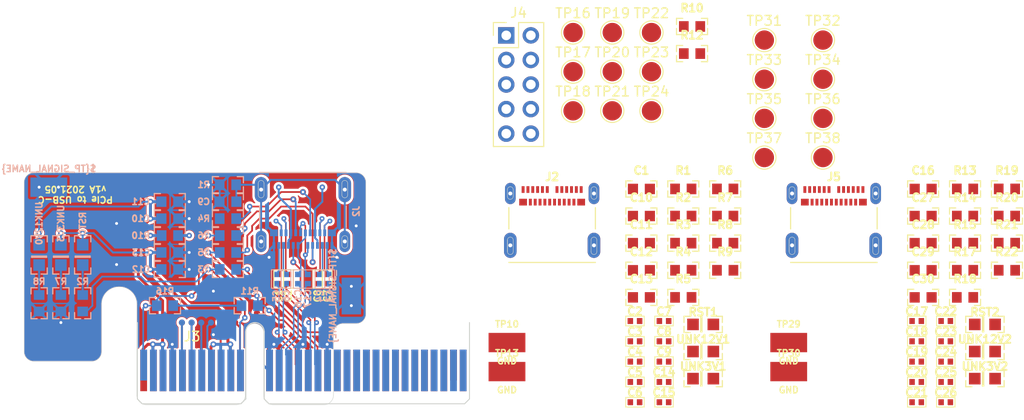
<source format=kicad_pcb>
(kicad_pcb (version 20221018) (generator pcbnew)
  (layers (0 "F.Cu" signal) (1 "In1.Cu" signal) (2 "In2.Cu" signal) (31 "B.Cu" signal) (34 "B.Paste" user) (35 "F.Paste" user) (36 "B.SilkS" user "B.Silkscreen") (37 "F.SilkS" user "F.Silkscreen") (38 "B.Mask" user) (39 "F.Mask" user) (44 "Edge.Cuts" user))
  (net 0 "")
  (net 1 "TX1_P")
  (net 2 "TX1_N")
  (net 3 "TX2_P")
  (net 4 "TX2_N")
  (net 5 "RX1_N")
  (net 6 "RX2_P")
  (net 7 "RX2_N")
  (net 8 "GND")
  (net 9 "USB_SHLD1")
  (net 10 "CC1")
  (net 11 "CC2")
  (net 12 "12V0")
  (net 13 "PRSNT1_N")
  (net 14 "3V3")
  (net 15 "PET0_P")
  (net 16 "PET0_N")
  (net 17 "REFCLK_P")
  (net 18 "REFCLK_N")
  (net 19 "PER0_P")
  (net 20 "PER0_N")
  (net 21 "PERST_N")
  (net 22 "WAKE_N")
  (net 23 "TCK")
  (net 24 "TDI")
  (net 25 "TDO")
  (net 26 "TMS")
  (net 27 "SMCLK")
  (net 28 "SMDAT")
  (net 29 "PRSNT2_N")
  (net 30 "PRSNT_SEL")
  (net 31 "TRST_N")
  (net 32 "CLKREQ_N")
  (net 33 "VBUS")
  (net 34 "RX1_P")
  (net 35 "D_P")
  (net 36 "D_N")
  (net 37 "N$1")
  (net 38 "N$3")
  (net 39 "N$4")
  (net 40 "SBU1")
  (net 41 "SBU2")
  (net 42 "PER1_P")
  (net 43 "PER1_N")
  (net 44 "PET1_P")
  (net 45 "PET1_N")
  (net 46 "VBUS_H")
  (net 47 "N$2")
  (net 48 "Net-(C1-Pad1)")
  (net 49 "/USB-C Lane1+2/RX1_P")
  (net 50 "/PER0_P")
  (net 51 "/USB-C Lane1+2/RX2_P")
  (net 52 "/PER1_P")
  (net 53 "/USB-C Lane1+2/TX1_P")
  (net 54 "/PET0_P")
  (net 55 "/USB-C Lane1+2/TX2_P")
  (net 56 "/PET1_P")
  (net 57 "/USB-C Lane1+2/D_P")
  (net 58 "/REFCLK_P")
  (net 59 "/USB-C Lane1+2/RX1_N")
  (net 60 "/PER0_N")
  (net 61 "/USB-C Lane1+2/RX2_N")
  (net 62 "/PER1_N")
  (net 63 "/USB-C Lane1+2/TX1_N")
  (net 64 "/PET0_N")
  (net 65 "+12V")
  (net 66 "+3V3")
  (net 67 "/USB-C Lane1+2/TX2_N")
  (net 68 "/PET1_N")
  (net 69 "/USB-C Lane1+2/D_N")
  (net 70 "/REFCLK_N")
  (net 71 "Net-(C16-Pad1)")
  (net 72 "/USB-C Lane3+4/RX1_P")
  (net 73 "/PER3_P")
  (net 74 "/USB-C Lane3+4/RX2_P")
  (net 75 "/PER2_P")
  (net 76 "/USB-C Lane3+4/TX1_P")
  (net 77 "/PET3_P")
  (net 78 "/USB-C Lane3+4/TX2_P")
  (net 79 "/PET2_P")
  (net 80 "/USB-C Lane3+4/D_P")
  (net 81 "/USB-C Lane3+4/RX1_N")
  (net 82 "/PER3_N")
  (net 83 "/USB-C Lane3+4/RX2_N")
  (net 84 "/PER2_N")
  (net 85 "/USB-C Lane3+4/TX1_N")
  (net 86 "/PET3_N")
  (net 87 "/USB-C Lane3+4/TX2_N")
  (net 88 "/PET2_N")
  (net 89 "/USB-C Lane3+4/D_N")
  (net 90 "/USB-C Lane1+2/VBUS")
  (net 91 "/USB-C Lane1+2/CC1")
  (net 92 "/USB-C Lane1+2/SBU1")
  (net 93 "/USB-C Lane1+2/CC2")
  (net 94 "/USB-C Lane1+2/SBU2")
  (net 95 "/PRSNT1")
  (net 96 "/TCK")
  (net 97 "/TDI")
  (net 98 "/TDO")
  (net 99 "/TMS")
  (net 100 "/PERST_N")
  (net 103 "/SMCLK")
  (net 104 "/SMDAT")
  (net 105 "/TRST_N")
  (net 106 "/WAKE_N")
  (net 107 "/CLKREQ_N")
  (net 108 "/PRSNT2")
  (net 110 "/VBUS_H")
  (net 111 "/USB-C Lane3+4/VBUS")
  (net 112 "/USB-C Lane3+4/CC1")
  (net 113 "/USB-C Lane3+4/SBU1")
  (net 114 "/USB-C Lane3+4/CC2")
  (net 115 "/USB-C Lane3+4/SBU2")
  (net 116 "Net-(R2-Pad2)")
  (net 117 "/PRSNT2_N")
  (net 118 "/PRSNT1_N")
  (net 119 "Net-(R7-Pad2)")
  (net 120 "Net-(R8-Pad2)")
  (net 121 "/PRSNT_SEL")
  (net 122 "Net-(R13-Pad2)")
  (net 123 "Net-(R14-Pad2)")
  (net 124 "Net-(R15-Pad2)")
  (footprint "pcie2usbc:C0402" (layer "F.Cu") (at 193.9453 108.3415)
    (fp_text reference "C2")
    (fp_text value "100n")
  )
  (footprint "pcie2usbc:C0402" (layer "F.Cu") (at 226.0453 114.6415)
    (fp_text reference "C25")
    (fp_text value "100n")
  )
  (footprint "pcie2usbc:SML0805" (layer "F.Cu") (at 200.99 114.3)
    (fp_text reference "UNK3V1")
    (fp_text value "LEDSML0805")
  )
  (footprint "pcie2usbc:R0603" (layer "F.Cu") (at 228.0364 94.6832)
    (fp_text reference "R13")
    (fp_text value "2.2k")
  )
  (footprint "pcie2usbc:C0402" (layer "F.Cu") (at 223.0453 108.3415)
    (fp_text reference "C17")
    (fp_text value "100n")
  )
  (footprint "pcie2usbc:C0402" (layer "F.Cu") (at 226.0453 116.7415)
    (fp_text reference "C26")
    (fp_text value "100n")
  )
  (footprint "TestPoint:TestPoint_Pad_D2.0mm" (layer "F.Cu") (at 191.6003 86.6065)
    (fp_text reference "TP21")
    (fp_text value "TestPoint")
  )
  (footprint "pcie2usbc:R0603" (layer "F.Cu") (at 232.3638 97.4866)
    (fp_text reference "R20")
    (fp_text value "0")
  )
  (footprint "pcie2usbc:C0402" (layer "F.Cu") (at 196.9453 110.4415)
    (fp_text reference "C8")
    (fp_text value "100n")
  )
  (footprint "pcie2usbc:R0603" (layer "F.Cu") (at 198.9364 97.4866)
    (fp_text reference "R2")
    (fp_text value "2.2k")
  )
  (footprint "pcie2usbc:C0402" (layer "F.Cu") (at 157.1511 104.0036 -90)
    (fp_text reference "C1")
    (fp_text value "100n")
  )
  (footprint "pcie2usbc:C0603K" (layer "F.Cu") (at 223.709 105.8968)
    (fp_text reference "C30")
    (fp_text value "100n")
  )
  (footprint "pcie2usbc:B0,635" (layer "F.Cu") (at 159.6511 95.0036)
    (fp_text reference "TP16" hide)
    (fp_text value "TPB0,635" hide)
  )
  (footprint "TestPoint:TestPoint_Pad_D2.0mm" (layer "F.Cu") (at 191.6003 82.5565)
    (fp_text reference "TP20")
    (fp_text value "TestPoint")
  )
  (footprint "pcie2usbc:TP38X20" (layer "F.Cu") (at 209.8253 113.5715)
    (fp_text reference "TP30")
    (fp_text value "TPTP38X20")
  )
  (footprint "pcie2usbc:MOLEX_105450-0101" (layer "F.Cu") (at 214.4888 98.5165)
    (fp_text reference "J5")
    (fp_text value "USB-C-MLX")
    (fp_line (start -4.62 -3.06) (end -4.62 -3.76) (stroke (width 0.05)) (layer "Edge.Cuts"))
    (fp_line (start -4.62 2.65) (end -4.62 1.45) (stroke (width 0.05)) (layer "Edge.Cuts"))
    (fp_line (start -4.62 2.65) (end -4.62 1.45) (stroke (width 0.05)) (layer "Edge.Cuts"))
    (fp_line (start -4.02 -3.76) (end -4.02 -3.06) (stroke (width 0.05)) (layer "Edge.Cuts"))
    (fp_line (start -4.02 1.45) (end -4.02 2.65) (stroke (width 0.05)) (layer "Edge.Cuts"))
    (fp_line (start 4.02 -3.06) (end 4.02 -3.76) (stroke (width 0.05)) (layer "Edge.Cuts"))
    (fp_line (start 4.02 2.65) (end 4.02 1.45) (stroke (width 0.05)) (layer "Edge.Cuts"))
    (fp_line (start 4.62 -3.76) (end 4.62 -3.06) (stroke (width 0.05)) (layer "Edge.Cuts"))
    (fp_line (start 4.62 1.45) (end 4.62 2.65) (stroke (width 0.05)) (layer "Edge.Cuts"))
    (fp_arc (start -4.62 -3.76) (mid -4.532132 -3.972132) (end -4.32 -4.06) (stroke (width 0.05)) (layer "Edge.Cuts"))
    (fp_arc (start -4.62 1.45) (mid -4.532132 1.237868) (end -4.32 1.15) (stroke (width 0.05)) (layer "Edge.Cuts"))
    (fp_arc (start -4.32 -4.06) (mid -4.107868 -3.972132) (end -4.02 -3.76) (stroke (width 0.05)) (layer "Edge.Cuts"))
    (fp_arc (start -4.32 -2.76) (mid -4.532132 -2.847868) (end -4.62 -3.06) (stroke (width 0.05)) (layer "Edge.Cuts"))
    (fp_arc (start -4.32 1.15) (mid -4.107868 1.237868) (end -4.02 1.45) (stroke (width 0.05)) (layer "Edge.Cuts"))
    (fp_arc (start -4.32 2.95) (mid -4.532132 2.862132) (end -4.62 2.65) (stroke (width 0.05)) (layer "Edge.Cuts"))
    (fp_arc (start -4.02 -3.06) (mid -4.107868 -2.847868) (end -4.32 -2.76) (stroke (width 0.05)) (layer "Edge.Cuts"))
    (fp_arc (start -4.02 2.65) (mid -4.107868 2.862132) (end -4.32 2.95) (stroke (width 0.05)) (layer "Edge.Cuts"))
    (fp_arc (start 4.02 -3.76) (mid 4.107868 -3.972132) (end 4.32 -4.06) (stroke (width 0.05)) (layer "Edge.Cuts"))
    (fp_arc (start 4.02 1.45) (mid 4.107868 1.237868) (end 4.32 1.15) (stroke (width 0.05)) (layer "Edge.Cuts"))
    (fp_arc (start 4.32 -4.06) (mid 4.532132 -3.972132) (end 4.62 -3.76) (stroke (width 0.05)) (layer "Edge.Cuts"))
    (fp_arc (start 4.32 -2.76) (mid 4.107868 -2.847868) (end 4.02 -3.06) (stroke (width 0.05)) (layer "Edge.Cuts"))
    (fp_arc (start 4.32 1.15) (mid 4.532132 1.237868) (end 4.62 1.45) (stroke (width 0.05)) (layer "Edge.Cuts"))
    (fp_arc (start 4.32 2.95) (mid 4.107868 2.862132) (end 4.02 2.65) (stroke (width 0.05)) (layer "Edge.Cuts"))
    (fp_arc (start 4.62 -3.06) (mid 4.532132 -2.847868) (end 4.32 -2.76) (stroke (width 0.05)) (layer "Edge.Cuts"))
    (fp_arc (start 4.62 2.65) (mid 4.532132 2.862132) (end 4.32 2.95) (stroke (width 0.05)) (layer "Edge.Cuts"))
  )
  (footprint "pcie2usbc:TP38X20" (layer "F.Cu") (at 180.7253 113.5715)
    (fp_text reference "TP13")
    (fp_text value "TPTP38X20")
  )
  (footprint "pcie2usbc:R0603" (layer "F.Cu") (at 198.9364 103.0934)
    (fp_text reference "R4")
    (fp_text value "0")
  )
  (footprint "pcie2usbc:C0402" (layer "F.Cu") (at 158.1511 104.0036 -90)
    (fp_text reference "C2")
    (fp_text value "100n")
  )
  (footprint "pcie2usbc:C0603K" (layer "F.Cu") (at 194.609 100.29)
    (fp_text reference "C11")
    (fp_text value "100n")
  )
  (footprint "pcie2usbc:R0603" (layer "F.Cu") (at 232.3638 94.6832)
    (fp_text reference "R19")
    (fp_text value "0")
  )
  (footprint "pcie2usbc:R0603" (layer "F.Cu") (at 199.839 77.8832)
    (fp_text reference "R10")
    (fp_text value "0")
  )
  (footprint "pcie2usbc:R0603" (layer "F.Cu") (at 203.2638 103.0934)
    (fp_text reference "R9")
    (fp_text value "100k")
  )
  (footprint "pcie2usbc:R0603" (layer "F.Cu") (at 203.2638 97.4866)
    (fp_text reference "R7")
    (fp_text value "10k")
  )
  (footprint "pcie2usbc:C0603K" (layer "F.Cu") (at 223.709 100.29)
    (fp_text reference "C28")
    (fp_text value "100n")
  )
  (footprint "pcie2usbc:R0603" (layer "F.Cu") (at 228.0364 103.0934)
    (fp_text reference "R17")
    (fp_text value "0")
  )
  (footprint "pcie2usbc:C0603K" (layer "F.Cu") (at 223.709 97.4866)
    (fp_text reference "C27")
    (fp_text value "1u")
  )
  (footprint "pcie2usbc:C0402" (layer "F.Cu") (at 193.9453 110.4415)
    (fp_text reference "C3")
    (fp_text value "100n")
  )
  (footprint "TestPoint:TestPoint_Pad_D2.0mm" (layer "F.Cu") (at 187.5503 82.5565)
    (fp_text reference "TP17")
    (fp_text value "TestPoint")
  )
  (footprint "TestPoint:TestPoint_Pad_D2.0mm" (layer "F.Cu") (at 213.36 87.39)
    (fp_text reference "TP36")
    (fp_text value "TestPoint")
  )
  (footprint "pcie2usbc:B0,635" (layer "F.Cu") (at 147.1511 108.5036 90)
    (fp_text reference "TP5" hide)
    (fp_text value "TPB0,635" hide)
  )
  (footprint "pcie2usbc:C0402" (layer "F.Cu") (at 196.9453 116.7415)
    (fp_text reference "C15")
    (fp_text value "100n")
  )
  (footprint "pcie2usbc:R0603" (layer "F.Cu") (at 198.9364 100.29)
    (fp_text reference "R3")
    (fp_text value "0")
  )
  (footprint "pcie2usbc:C0402" (layer "F.Cu") (at 196.9453 108.3415)
    (fp_text reference "C7")
    (fp_text value "100n")
  )
  (footprint "TestPoint:TestPoint_Pad_D2.0mm" (layer "F.Cu") (at 195.6503 86.6065)
    (fp_text reference "TP24")
    (fp_text value "TestPoint")
  )
  (footprint "pcie2usbc:SML0805" (layer "F.Cu") (at 200.99 111.4966)
    (fp_text reference "UNK12V1")
    (fp_text value "LEDSML0805")
  )
  (footprint "pcie2usbc:TP38X20" (layer "F.Cu") (at 180.7253 110.5715)
    (fp_text reference "TP10")
    (fp_text value "TPTP38X20")
  )
  (footprint "pcie2usbc:R0603" (layer "F.Cu") (at 232.3638 103.0934)
    (fp_text reference "R22")
    (fp_text value "100k")
  )
  (footprint "pcie2usbc:B0,635" (layer "F.Cu") (at 158.6511 102.2536)
    (fp_text reference "TP21" hide)
    (fp_text value "TPB0,635" hide)
  )
  (footprint "pcie2usbc:C0402" (layer "F.Cu") (at 193.9453 114.6415)
    (fp_text reference "C5")
    (fp_text value "100n")
  )
  (footprint "TestPoint:TestPoint_Pad_D2.0mm" (layer "F.Cu") (at 187.5503 78.5065)
    (fp_text reference "TP16")
    (fp_text value "TestPoint")
  )
  (footprint "pcie2usbc:B0,635" (layer "F.Cu") (at 148.1511 108.5036 90)
    (fp_text reference "TP6" hide)
    (fp_text value "TPB0,635" hide)
  )
  (footprint "pcie2usbc:C0402" (layer "F.Cu") (at 223.0453 110.4415)
    (fp_text reference "C18")
    (fp_text value "100n")
  )
  (footprint "pcie2usbc:C0402" (layer "F.Cu") (at 226.0453 110.4415)
    (fp_text reference "C23")
    (fp_text value "100n")
  )
  (footprint "pcie2usbc:R0603" (layer "F.Cu") (at 228.0364 100.29)
    (fp_text reference "R15")
    (fp_text value "2.2k")
  )
  (footprint "pcie2usbc:C0402" (layer "F.Cu") (at 161.1511 104.0036 -90)
    (fp_text reference "C8")
    (fp_text value "100n")
  )
  (footprint "TestPoint:TestPoint_Pad_D2.0mm" (layer "F.Cu") (at 191.6003 78.5065)
    (fp_text reference "TP19")
    (fp_text value "TestPoint")
  )
  (footprint "pcie2usbc:C0402" (layer "F.Cu") (at 193.9453 112.5415)
    (fp_text reference "C4")
    (fp_text value "100n")
  )
  (footprint "pcie2usbc:B0,635" (layer "F.Cu") (at 158.6511 95.7536 90)
    (fp_text reference "TP12" hide)
    (fp_text value "TPB0,635" hide)
  )
  (footprint "pcie2usbc:C0603K" (layer "F.Cu") (at 223.709 103.0934)
    (fp_text reference "C29")
    (fp_text value "1u")
  )
  (footprint "pcie2usbc:SML0805" (layer "F.Cu") (at 230.09 114.3)
    (fp_text reference "UNK3V2")
    (fp_text value "LEDSML0805")
  )
  (footprint "pcie2usbc:SML0805" (layer "F.Cu") (at 230.09 111.4966)
    (fp_text reference "UNK12V2")
    (fp_text value "LEDSML0805")
  )
  (footprint "TestPoint:TestPoint_Pad_D2.0mm" (layer "F.Cu") (at 213.36 83.34)
    (fp_text reference "TP34")
    (fp_text value "TestPoint")
  )
  (footprint "pcie2usbc:C0402" (layer "F.Cu") (at 226.0453 112.5415)
    (fp_text reference "C24")
    (fp_text value "100n")
  )
  (footprint "pcie2usbc:R0603" (layer "F.Cu") (at 199.839 80.6866)
    (fp_text reference "R12")
    (fp_text value "0")
  )
  (footprint "pcie2usbc:R0603" (layer "F.Cu") (at 228.0364 97.4866)
    (fp_text reference "R14")
    (fp_text value "10k")
  )
  (footprint "pcie2usbc:R0603" (layer "F.Cu") (at 198.9364 105.8968)
    (fp_text reference "R5")
    (fp_text value "0")
  )
  (footprint "pcie2usbc:R0603" (layer "F.Cu") (at 203.2638 94.6832)
    (fp_text reference "R6")
    (fp_text value "0")
  )
  (footprint "pcie2usbc:TP38X20" (layer "F.Cu") (at 209.8253 110.5715)
    (fp_text reference "TP29")
    (fp_text value "TPTP38X20")
  )
  (footprint "pcie2usbc:C0402" (layer "F.Cu") (at 162.1511 104.0036 -90)
    (fp_text reference "C7")
    (fp_text value "100n")
  )
  (footprint "pcie2usbc:R0603" (layer "F.Cu") (at 203.2638 100.29)
    (fp_text reference "R8")
    (fp_text value "2.2k")
  )
  (footprint "TestPoint:TestPoint_Pad_D2.0mm" (layer "F.Cu") (at 207.31 91.44)
    (fp_text reference "TP37")
    (fp_text value "TestPoint")
  )
  (footprint "pcie2usbc:SML0805" (layer "F.Cu") (at 200.99 108.6932)
    (fp_text reference "RST1")
    (fp_text value "LEDSML0805")
  )
  (footprint "pcie2usbc:C0402" (layer "F.Cu") (at 196.9453 112.5415)
    (fp_text reference "C9")
    (fp_text value "100n")
  )
  (footprint "pcie2usbc:C0603K" (layer "F.Cu") (at 223.709 94.6832)
    (fp_text reference "C16")
    (fp_text value "100n")
  )
  (footprint "pcie2usbc:SML0805" (layer "F.Cu") (at 230.09 108.6932)
    (fp_text reference "RST2")
    (fp_text value "LEDSML0805")
  )
  (footprint "pcie2usbc:C0603K" (layer "F.Cu") (at 194.609 103.0934)
    (fp_text reference "C12")
    (fp_text value "1u")
  )
  (footprint "pcie2usbc:B0,635" (layer "F.Cu") (at 160.6511 102.2536 90)
    (fp_text reference "TP11" hide)
    (fp_text value "TPB0,635" hide)
  )
  (footprint "pcie2usbc:R0603" (layer "F.Cu") (at 232.3638 100.29)
    (fp_text reference "R21")
    (fp_text value "0")
  )
  (footprint "Connector_PCBEdge:BUS_PCIexpress_x4" (layer "F.Cu") (at 143.2 113.45)
    (fp_text reference "J3")
    (fp_text value "Bus_PCI_Express_x4")
    (fp_line (start -0.65 -4.95) (end -0.65 2.95) (stroke (width 0.1)) (layer "Edge.Cuts"))
    (fp_line (start -0.65 2.95) (end -0.15 3.45) (stroke (width 0.1)) (layer "Edge.Cuts"))
    (fp_line (start -0.15 3.45) (end 10.05 3.45) (stroke (width 0.1)) (layer "Edge.Cuts"))
    (fp_line (start 10.55 -4) (end 10.55 2.95) (stroke (width 0.1)) (layer "Edge.Cuts"))
    (fp_line (start 10.55 2.95) (end 10.05 3.45) (stroke (width 0.1)) (layer "Edge.Cuts"))
    (fp_line (start 12.45 -4) (end 12.45 2.95) (stroke (width 0.1)) (layer "Edge.Cuts"))
    (fp_line (start 12.45 2.95) (end 12.95 3.45) (stroke (width 0.1)) (layer "Edge.Cuts"))
    (fp_line (start 12.95 3.45) (end 33.15 3.45) (stroke (width 0.1)) (layer "Edge.Cuts"))
    (fp_line (start 33.65 -4.95) (end 33.65 2.95) (stroke (width 0.1)) (layer "Edge.Cuts"))
    (fp_line (start 33.65 2.95) (end 33.15 3.45) (stroke (width 0.1)) (layer "Edge.Cuts"))
    (fp_arc (start 10.55 -4) (mid 11.5 -4.95) (end 12.45 -4) (stroke (width 0.1)) (layer "Edge.Cuts"))
  )
  (footprint "pcie2usbc:C0402" (layer "F.Cu") (at 223.0453 112.5415)
    (fp_text reference "C19")
    (fp_text value "100n")
  )
  (footprint "pcie2usbc:B0,635" (layer "F.Cu") (at 151.1511 108.5036 90)
    (fp_text reference "TP7" hide)
    (fp_text value "TPB0,635" hide)
  )
  (footprint "TestPoint:TestPoint_Pad_D2.0mm" (layer "F.Cu") (at 207.31 87.39)
    (fp_text reference "TP35")
    (fp_text value "TestPoint")
  )
  (footprint "pcie2usbc:R0603" (layer "F.Cu") (at 198.9364 94.6832)
    (fp_text reference "R1")
    (fp_text value "0")
  )
  (footprint "pcie2usbc:C0402" (layer "F.Cu") (at 223.0453 116.7415)
    (fp_text reference "C21")
    (fp_text value "100n")
  )
  (footprint "pcie2usbc:B0,635" (layer "F.Cu") (at 154.9011 107.5036 90)
    (fp_text reference "TP9" hide)
    (fp_text value "TPB0,635" hide)
  )
  (footprint "pcie2usbc:B0,635" (layer "F.Cu") (at 152.6511 108.5036 90)
    (fp_text reference "TP8" hide)
    (fp_text value "TPB0,635" hide)
  )
  (footprint "TestPoint:TestPoint_Pad_D2.0mm" (layer "F.Cu") (at 195.6503 82.5565)
    (fp_text reference "TP23")
    (fp_text value "TestPoint")
  )
  (footprint "pcie2usbc:R0603" (layer "F.Cu") (at 228.0364 105.8968)
    (fp_text reference "R18")
    (fp_text value "0")
  )
  (footprint "TestPoint:TestPoint_Pad_D2.0mm" (layer "F.Cu") (at 207.31 79.29)
    (fp_text reference "TP31")
    (fp_text value "TestPoint")
  )
  (footprint "pcie2usbc:C0402" (layer "F.Cu") (at 193.9453 116.7415)
    (fp_text reference "C6")
    (fp_text value "100n")
  )
  (footprint "pcie2usbc:C0402" (layer "F.Cu") (at 226.0453 108.3415)
    (fp_text reference "C22")
    (fp_text value "100n")
  )
  (footprint "pcie2usbc:C0603K" (layer "F.Cu") (at 194.609 97.4866)
    (fp_text reference "C10")
    (fp_text value "1u")
  )
  (footprint "Connector_PinHeader_2.54mm:PinHeader_2x05_P2.54mm_Vertical" (layer "F.Cu") (at 180.6503 78.8065)
    (fp_text reference "J4")
    (fp_text value "Conn_02x05_Top_Bottom")
  )
  (footprint "TestPoint:TestPoint_Pad_D2.0mm" (layer "F.Cu") (at 207.31 83.34)
    (fp_text reference "TP33")
    (fp_text value "TestPoint")
  )
  (footprint "pcie2usbc:C0402" (layer "F.Cu") (at 223.0453 114.6415)
    (fp_text reference "C20")
    (fp_text value "100n")
  )
  (footprint "TestPoint:TestPoint_Pad_D2.0mm" (layer "F.Cu") (at 195.6503 78.5065)
    (fp_text reference "TP22")
    (fp_text value "TestPoint")
  )
  (footprint "pcie2usbc:C0603K" (layer "F.Cu") (at 194.609 105.8968)
    (fp_text reference "C13")
    (fp_text value "100n")
  )
  (footprint "TestPoint:TestPoint_Pad_D2.0mm" (layer "F.Cu") (at 213.36 79.29)
    (fp_text reference "TP32")
    (fp_text value "TestPoint")
  )
  (footprint "pcie2usbc:C0402" (layer "F.Cu") (at 196.9453 114.6415)
    (fp_text reference "C14")
    (fp_text value "100n")
  )
  (footprint "TestPoint:TestPoint_Pad_D2.0mm" (layer "F.Cu") (at 187.5503 86.6065)
    (fp_text reference "TP18")
    (fp_text value "TestPoint")
  )
  (footprint "TestPoint:TestPoint_Pad_D2.0mm" (layer "F.Cu") (at 213.36 91.44)
    (fp_text reference "TP38")
    (fp_text value "TestPoint")
  )
  (footprint "pcie2usbc:MOLEX_105450-0101" (layer "F.Cu") (at 185.3888 98.5165)
    (fp_text reference "J2")
    (fp_text value "USB-C-MLX")
    (fp_line (start -4.62 -3.06) (end -4.62 -3.76) (stroke (width 0.05)) (layer "Edge.Cuts"))
    (fp_line (start -4.62 2.65) (end -4.62 1.45) (stroke (width 0.05)) (layer "Edge.Cuts"))
    (fp_line (start -4.62 2.65) (end -4.62 1.45) (stroke (width 0.05)) (layer "Edge.Cuts"))
    (fp_line (start -4.02 -3.76) (end -4.02 -3.06) (stroke (width 0.05)) (layer "Edge.Cuts"))
    (fp_line (start -4.02 1.45) (end -4.02 2.65) (stroke (width 0.05)) (layer "Edge.Cuts"))
    (fp_line (start 4.02 -3.06) (end 4.02 -3.76) (stroke (width 0.05)) (layer "Edge.Cuts"))
    (fp_line (start 4.02 2.65) (end 4.02 1.45) (stroke (width 0.05)) (layer "Edge.Cuts"))
    (fp_line (start 4.62 -3.76) (end 4.62 -3.06) (stroke (width 0.05)) (layer "Edge.Cuts"))
    (fp_line (start 4.62 1.45) (end 4.62 2.65) (stroke (width 0.05)) (layer "Edge.Cuts"))
    (fp_arc (start -4.62 -3.76) (mid -4.532132 -3.972132) (end -4.32 -4.06) (stroke (width 0.05)) (layer "Edge.Cuts"))
    (fp_arc (start -4.62 1.45) (mid -4.532132 1.237868) (end -4.32 1.15) (stroke (width 0.05)) (layer "Edge.Cuts"))
    (fp_arc (start -4.32 -4.06) (mid -4.107868 -3.972132) (end -4.02 -3.76) (stroke (width 0.05)) (layer "Edge.Cuts"))
    (fp_arc (start -4.32 -2.76) (mid -4.532132 -2.847868) (end -4.62 -3.06) (stroke (width 0.05)) (layer "Edge.Cuts"))
    (fp_arc (start -4.32 1.15) (mid -4.107868 1.237868) (end -4.02 1.45) (stroke (width 0.05)) (layer "Edge.Cuts"))
    (fp_arc (start -4.32 2.95) (mid -4.532132 2.862132) (end -4.62 2.65) (stroke (width 0.05)) (layer "Edge.Cuts"))
    (fp_arc (start -4.02 -3.06) (mid -4.107868 -2.847868) (end -4.32 -2.76) (stroke (width 0.05)) (layer "Edge.Cuts"))
    (fp_arc (start -4.02 2.65) (mid -4.107868 2.862132) (end -4.32 2.95) (stroke (width 0.05)) (layer "Edge.Cuts"))
    (fp_arc (start 4.02 -3.76) (mid 4.107868 -3.972132) (end 4.32 -4.06) (stroke (width 0.05)) (layer "Edge.Cuts"))
    (fp_arc (start 4.02 1.45) (mid 4.107868 1.237868) (end 4.32 1.15) (stroke (width 0.05)) (layer "Edge.Cuts"))
    (fp_arc (start 4.32 -4.06) (mid 4.532132 -3.972132) (end 4.62 -3.76) (stroke (width 0.05)) (layer "Edge.Cuts"))
    (fp_arc (start 4.32 -2.76) (mid 4.107868 -2.847868) (end 4.02 -3.06) (stroke (width 0.05)) (layer "Edge.Cuts"))
    (fp_arc (start 4.32 1.15) (mid 4.532132 1.237868) (end 4.62 1.45) (stroke (width 0.05)) (layer "Edge.Cuts"))
    (fp_arc (start 4.32 2.95) (mid 4.107868 2.862132) (end 4.02 2.65) (stroke (width 0.05)) (layer "Edge.Cuts"))
    (fp_arc (start 4.62 -3.06) (mid 4.532132 -2.847868) (end 4.32 -2.76) (stroke (width 0.05)) (layer "Edge.Cuts"))
    (fp_arc (start 4.62 2.65) (mid 4.532132 2.862132) (end 4.32 2.95) (stroke (width 0.05)) (layer "Edge.Cuts"))
  )
  (footprint "pcie2usbc:C0603K" (layer "F.Cu") (at 194.609 94.6832)
    (fp_text reference "C1")
    (fp_text value "100n")
  )
  (footprint "pcie2usbc:R0603" (layer "B.Cu") (at 151.9011 101.2536)
    (fp_text reference "R5")
    (fp_text value "0")
  )
  (footprint "pcie2usbc:B0,635" (layer "B.Cu") (at 149.1511 108.5036 -90)
    (fp_text reference "TP3" hide)
    (fp_text value "TPB0,635" hide)
  )
  (footprint "pcie2usbc:R0603" (layer "B.Cu") (at 154.1511 106.7536)
    (fp_text reference "R11")
    (fp_text value "0")
  )
  (footprint "pcie2usbc:R0603" (layer "B.Cu") (at 151.9011 103.0036)
    (fp_text reference "R3")
    (fp_text value "0")
  )
  (footprint "pcie2usbc:SML0805" (layer "B.Cu") (at 134.6511 101.5036 90)
    (fp_text reference "UNK3V3")
    (fp_text value "")
  )
  (footprint "pcie2usbc:MOLEX_105450-0101" (layer "B.Cu") (at 159.6511 96.7536)
    (fp_text reference "J2")
    (fp_text value "USB-C-MLX")
    (fp_line (start -4.62 -2.65) (end -4.62 -1.45) (stroke (width 0.05)) (layer "Edge.Cuts"))
    (fp_line (start -4.62 -2.65) (end -4.62 -1.45) (stroke (width 0.05)) (layer "Edge.Cuts"))
    (fp_line (start -4.62 3.06) (end -4.62 3.76) (stroke (width 0.05)) (layer "Edge.Cuts"))
    (fp_line (start -4.02 -1.45) (end -4.02 -2.65) (stroke (width 0.05)) (layer "Edge.Cuts"))
    (fp_line (start -4.02 3.76) (end -4.02 3.06) (stroke (width 0.05)) (layer "Edge.Cuts"))
    (fp_line (start 4.02 -2.65) (end 4.02 -1.45) (stroke (width 0.05)) (layer "Edge.Cuts"))
    (fp_line (start 4.02 3.06) (end 4.02 3.76) (stroke (width 0.05)) (layer "Edge.Cuts"))
    (fp_line (start 4.62 -1.45) (end 4.62 -2.65) (stroke (width 0.05)) (layer "Edge.Cuts"))
    (fp_line (start 4.62 3.76) (end 4.62 3.06) (stroke (width 0.05)) (layer "Edge.Cuts"))
    (fp_arc (start -4.62 -2.65) (mid -4.532132 -2.862132) (end -4.32 -2.95) (stroke (width 0.05)) (layer "Edge.Cuts"))
    (fp_arc (start -4.62 3.06) (mid -4.532132 2.847868) (end -4.32 2.76) (stroke (width 0.05)) (layer "Edge.Cuts"))
    (fp_arc (start -4.32 -2.95) (mid -4.107868 -2.862132) (end -4.02 -2.65) (stroke (width 0.05)) (layer "Edge.Cuts"))
    (fp_arc (start -4.32 -1.15) (mid -4.532132 -1.237868) (end -4.62 -1.45) (stroke (width 0.05)) (layer "Edge.Cuts"))
    (fp_arc (start -4.32 2.76) (mid -4.107868 2.847868) (end -4.02 3.06) (stroke (width 0.05)) (layer "Edge.Cuts"))
    (fp_arc (start -4.32 4.06) (mid -4.532132 3.972132) (end -4.62 3.76) (stroke (width 0.05)) (layer "Edge.Cuts"))
    (fp_arc (start -4.02 -1.45) (mid -4.107868 -1.237868) (end -4.32 -1.15) (stroke (width 0.05)) (layer "Edge.Cuts"))
    (fp_arc (start -4.02 3.76) (mid -4.107868 3.972132) (end -4.32 4.06) (stroke (width 0.05)) (layer "Edge.Cuts"))
    (fp_arc (start 4.02 -2.65) (mid 4.107868 -2.862132) (end 4.32 -2.95) (stroke (width 0.05)) (layer "Edge.Cuts"))
    (fp_arc (start 4.02 3.06) (mid 4.107868 2.847868) (end 4.32 2.76) (stroke (width 0.05)) (layer "Edge.Cuts"))
    (fp_arc (start 4.32 -2.95) (mid 4.532132 -2.862132) (end 4.62 -2.65) (stroke (width 0.05)) (layer "Edge.Cuts"))
    (fp_arc (start 4.32 -1.15) (mid 4.107868 -1.237868) (end 4.02 -1.45) (stroke (width 0.05)) (layer "Edge.Cuts"))
    (fp_arc (start 4.32 2.76) (mid 4.532132 2.847868) (end 4.62 3.06) (stroke (width 0.05)) (layer "Edge.Cuts"))
    (fp_arc (start 4.32 4.06) (mid 4.107868 3.972132) (end 4.02 3.76) (stroke (width 0.05)) (layer "Edge.Cuts"))
    (fp_arc (start 4.62 -1.45) (mid 4.532132 -1.237868) (end 4.32 -1.15) (stroke (width 0.05)) (layer "Edge.Cuts"))
    (fp_arc (start 4.62 3.76) (mid 4.532132 3.972132) (end 4.32 4.06) (stroke (width 0.05)) (layer "Edge.Cuts"))
  )
  (footprint "pcie2usbc:C0402" (layer "B.Cu") (at 159.1511 104.0036 -90)
    (fp_text reference "C16")
    (fp_text value "100n")
  )
  (footprint "pcie2usbc:C0603K" (layer "B.Cu") (at 145.9011 101.2536)
    (fp_text reference "C13")
    (fp_text value "100n")
  )
  (footprint "pcie2usbc:C0603K" (layer "B.Cu") (at 145.9011 97.7536)
    (fp_text reference "C10")
    (fp_text value "1u")
  )
  (footprint "pcie2usbc:R0603" (layer "B.Cu") (at 145.9011 99.5036)
    (fp_text reference "R10")
    (fp_text value "0")
  )
  (footprint "pcie2usbc:SML0805" (layer "B.Cu") (at 132.4011 101.5036 90)
    (fp_text reference "UNK12V0")
    (fp_text value "")
  )
  (footprint "pcie2usbc:R0603" (layer "B.Cu") (at 132.4011 106.5036 90)
    (fp_text reference "R8")
    (fp_text value "10k")
  )
  (footprint "pcie2usbc:R0603" (layer "B.Cu") (at 151.9011 97.7536 180)
    (fp_text reference "R4")
    (fp_text value "0")
  )
  (footprint "pcie2usbc:C0402" (layer "B.Cu") (at 157.9011 104.0036 -90)
    (fp_text reference "C6")
    (fp_text value "100n")
  )
  (footprint "pcie2usbc:R0603" (layer "B.Cu") (at 145.4011 106.7536)
    (fp_text reference "R16")
    (fp_text value "0")
  )
  (footprint "pcie2usbc:TP38X20" (layer "B.Cu") (at 133.4011 94.5036)
    (fp_text reference "TP10" hide)
    (fp_text value "TPTP38X20" hide)
  )
  (footprint "pcie2usbc:C0402" (layer "B.Cu") (at 162.4011 104.0036 -90)
    (fp_text reference "C3")
    (fp_text value "100n")
  )
  (footprint "pcie2usbc:C0402" (layer "B.Cu") (at 161.4011 104.0036 -90)
    (fp_text reference "C4")
    (fp_text value "100n")
  )
  (footprint "pcie2usbc:C0603K" (layer "B.Cu") (at 145.9011 96.0036)
    (fp_text reference "C11")
    (fp_text value "100n")
  )
  (footprint "pcie2usbc:TP38X20" (layer "B.Cu") (at 164.6511 105.7536 90)
    (fp_text reference "TP13" hide)
    (fp_text value "TPTP38X20" hide)
  )
  (footprint "pcie2usbc:B0,635" (layer "B.Cu") (at 147.1511 108.5036 -90)
    (fp_text reference "TP1" hide)
    (fp_text value "TPB0,635" hide)
  )
  (footprint "pcie2usbc:R0603" (layer "B.Cu") (at 134.6511 106.5036 90)
    (fp_text reference "R7")
    (fp_text value "2.2k")
  )
  (footprint "pcie2usbc:SML0805" (layer "B.Cu") (at 136.9011 101.5036 90)
    (fp_text reference "RST0")
    (fp_text value "")
  )
  (footprint "pcie2usbc:B0,635" (layer "B.Cu") (at 150.1511 108.5036 -90)
    (fp_text reference "TP4" hide)
    (fp_text value "TPB0,635" hide)
  )
  (footprint "pcie2usbc:C0402" (layer "B.Cu") (at 156.9011 104.0036 -90)
    (fp_text reference "C5")
    (fp_text value "100n")
  )
  (footprint "pcie2usbc:R0603" (layer "B.Cu") (at 151.9011 94.2536)
    (fp_text reference "R1")
    (fp_text value "100k")
  )
  (footprint "pcie2usbc:C0402" (layer "B.Cu") (at 160.1511 104.0036 -90)
    (fp_text reference "C17")
    (fp_text value "100n")
  )
  (footprint "pcie2usbc:C0603K" (layer "B.Cu") (at 145.9011 103.0036)
    (fp_text reference "C12")
    (fp_text value "1u")
  )
  (footprint "pcie2usbc:R0603" (layer "B.Cu") (at 151.9011 99.5036)
    (fp_text reference "R6")
    (fp_text value "0")
  )
  (footprint "pcie2usbc:R0603" (layer "B.Cu") (at 136.9011 106.5036 90)
    (fp_text reference "R2")
    (fp_text value "2.2k")
  )
  (footprint "pcie2usbc:C0603K" (layer "B.Cu") (at 151.9011 96.0036 180)
    (fp_text reference "C9")
    (fp_text value "100n")
  )
  (footprint "pcie2usbc:B0,635" (layer "B.Cu") (at 148.1511 108.5036 -90)
    (fp_text reference "TP2" hide)
    (fp_text value "TPB0,635" hide)
  )
  (gr_arc (start 143.5011 117.0036) (mid 142.793993 116.710707) (end 142.5011 116.0036) (stroke (width 0.05)) (layer "Edge.Cuts"))
  (gr_arc (start 138.8511 106.6036) (mid 139.378308 105.330808) (end 140.6511 104.8036) (stroke (width 0.05)) (layer "Edge.Cuts"))
  (gr_line (start 166.1511 94.0036) (end 166.1511 107.6036) (stroke (width 0.05)) (layer "Edge.Cuts"))
  (gr_line (start 142.5011 116.0036) (end 142.5011 106.6036) (stroke (width 0.05)) (layer "Edge.Cuts"))
  (gr_line (start 131.8511 93.0036) (end 165.1511 93.0036) (stroke (width 0.05)) (layer "Edge.Cuts"))
  (gr_arc (start 153.7011 116.0036) (mid 153.408207 116.710707) (end 152.7011 117.0036) (stroke (width 0.05)) (layer "Edge.Cuts"))
  (gr_arc (start 131.8511 112.5036) (mid 131.143993 112.210707) (end 130.8511 111.5036) (stroke (width 0.05)) (layer "Edge.Cuts"))
  (gr_line (start 153.7011 109.5536) (end 153.7011 116.0036) (stroke (width 0.05)) (layer "Edge.Cuts"))
  (gr_arc (start 130.8511 94.0036) (mid 131.143993 93.296493) (end 131.8511 93.0036) (stroke (width 0.05)) (layer "Edge.Cuts"))
  (gr_arc (start 154.6511 108.6036) (mid 155.322851 108.881849) (end 155.6011 109.5536) (stroke (width 0.05)) (layer "Edge.Cuts"))
  (gr_arc (start 162.8011 116.0036) (mid 162.508207 116.710707) (end 161.8011 117.0036) (stroke (width 0.05)) (layer "Edge.Cuts"))
  (gr_arc (start 162.8011 109.6036) (mid 163.093993 108.896493) (end 163.8011 108.6036) (stroke (width 0.05)) (layer "Edge.Cuts"))
  (gr_arc (start 165.1511 93.0036) (mid 165.858207 93.296493) (end 166.1511 94.0036) (stroke (width 0.05)) (layer "Edge.Cuts"))
  (gr_arc (start 140.7011 104.8036) (mid 141.973892 105.330808) (end 142.5011 106.6036) (stroke (width 0.05)) (layer "Edge.Cuts"))
  (gr_line (start 161.8011 117.0036) (end 156.6011 117.0036) (stroke (width 0.05)) (layer "Edge.Cuts"))
  (gr_line (start 130.8511 111.5036) (end 130.8511 94.0036) (stroke (width 0.05)) (layer "Edge.Cuts"))
  (gr_line (start 140.7011 104.8036) (end 140.6511 104.8036) (stroke (width 0.05)) (layer "Edge.Cuts"))
  (gr_arc (start 156.6011 117.0036) (mid 155.893993 116.710707) (end 155.6011 116.0036) (stroke (width 0.05)) (layer "Edge.Cuts"))
  (gr_arc (start 153.7011 109.5536) (mid 153.979349 108.881849) (end 154.6511 108.6036) (stroke (width 0.05)) (layer "Edge.Cuts"))
  (gr_line (start 138.8511 106.6036) (end 138.8511 111.5036) (stroke (width 0.05)) (layer "Edge.Cuts"))
  (gr_arc (start 166.1511 107.6036) (mid 165.858207 108.310707) (end 165.1511 108.6036) (stroke (width 0.05)) (layer "Edge.Cuts"))
  (gr_line (start 162.8011 109.6036) (end 162.8011 116.0036) (stroke (width 0.05)) (layer "Edge.Cuts"))
  (gr_line (start 152.7011 117.0036) (end 143.5011 117.0036) (stroke (width 0.05)) (layer "Edge.Cuts"))
  (gr_line (start 155.6011 116.0036) (end 155.6011 109.5536) (stroke (width 0.05)) (layer "Edge.Cuts"))
  (gr_arc (start 138.8511 111.5036) (mid 138.558207 112.210707) (end 137.8511 112.5036) (stroke (width 0.05)) (layer "Edge.Cuts"))
  (gr_line (start 165.1511 108.6036) (end 163.8011 108.6036) (stroke (width 0.05)) (layer "Edge.Cuts"))
  (gr_line (start 137.8511 112.5036) (end 131.8511 112.5036) (stroke (width 0.05)) (layer "Edge.Cuts"))
  (gr_text "PCIe to USB-C\nv1A 2021.05" (at 136.1511 95.2536 180) (layer "F.SilkS") (effects (font (size 0.666496 0.666496) (thickness 0.146304))))
  (segment (start 157.1511 100.5236) (end 157.1511 100.6784) (width 0.1524) (layer "B.Cu") (net 1))
  (segment (start 156.9011 103.5236) (end 156.9011 103.4088) (width 0.1524) (layer "B.Cu") (net 1))
  (segment (start 156.9011 103.4088) (end 157.1725 103.1374) (width 0.1524) (layer "B.Cu") (net 1))
  (segment (start 157.1725 100.6998) (end 157.1511 100.6784) (width 0.1524) (layer "B.Cu") (net 1))
  (segment (start 157.1725 103.1374) (end 157.1725 100.6998) (width 0.1524) (layer "B.Cu") (net 1))
  (segment (start 157.9011 103.4088) (end 157.6297 103.1374) (width 0.1524) (layer "B.Cu") (net 2))
  (segment (start 157.9011 103.5236) (end 157.9011 103.4088) (width 0.1524) (layer "B.Cu") (net 2))
  (segment (start 157.6297 100.6998) (end 157.6511 100.6784) (width 0.1524) (layer "B.Cu") (net 2))
  (segment (start 157.6297 103.1374) (end 157.6297 100.6998) (width 0.1524) (layer "B.Cu") (net 2))
  (segment (start 157.6511 100.5236) (end 157.6511 100.6784) (width 0.1524) (layer "B.Cu") (net 2))
  (segment (start 162.3559 98.0036) (end 162.4309 98.0036) (width 0.1524) (layer "F.Cu") (net 3))
  (segment (start 161.8797 103.1374) (end 161.8797 98.4798) (width 0.1524) (layer "F.Cu") (net 3))
  (segment (start 162.1511 103.5236) (end 162.1511 103.4088) (width 0.1524) (layer "F.Cu") (net 3))
  (segment (start 162.1511 103.4088) (end 161.8797 103.1374) (width 0.1524) (layer "F.Cu") (net 3))
  (segment (start 162.3559 98.0036) (end 161.8797 98.4798) (width 0.1524) (layer "F.Cu") (net 3))
  (via (at 162.4309 98.0036) (size 0.5048) (drill 0.2) (layers "F.Cu" "B.Cu") (net 3))
  (segment (start 162.3559 98.0036) (end 161.8797 98.4798) (width 0.1524) (layer "B.Cu") (net 3))
  (segment (start 161.9011 99.2236) (end 161.8797 99.2022) (width 0.1524) (layer "B.Cu") (net 3))
  (segment (start 161.8797 99.2022) (end 161.8797 98.4798) (width 0.1524) (layer "B.Cu") (net 3))
  (segment (start 162.3559 98.0036) (end 162.4309 98.0036) (width 0.1524) (layer "B.Cu") (net 3))
  (segment (start 161.1511 103.5236) (end 161.1511 103.4088) (width 0.1524) (layer "F.Cu") (net 4))
  (segment (start 161.6213 97.9786) (end 161.4225 98.1774) (width 0.1524) (layer "F.Cu") (net 4))
  (segment (start 161.4225 103.1374) (end 161.4225 98.1774) (width 0.1524) (layer "F.Cu") (net 4))
  (segment (start 161.1511 103.4088) (end 161.4225 103.1374) (width 0.1524) (layer "F.Cu") (net 4))
  (segment (start 161.6213 97.9786) (end 161.6213 97.7536) (width 0.1524) (layer "F.Cu") (net 4))
  (via (at 161.6213 97.7536) (size 0.5048) (drill 0.2) (layers "F.Cu" "B.Cu") (net 4))
  (segment (start 161.6213 97.9786) (end 161.6213 97.7536) (width 0.1524) (layer "B.Cu") (net 4))
  (segment (start 161.4011 99.2236) (end 161.4011 98.1988) (width 0.1524) (layer "B.Cu") (net 4))
  (segment (start 161.6213 97.9786) (end 161.4011 98.1988) (width 0.1524) (layer "B.Cu") (net 4))
  (segment (start 157.6809 97.9584) (end 157.6809 97.7536) (width 0.1524) (layer "F.Cu") (net 5))
  (segment (start 158.1511 103.5236) (end 158.1511 103.4088) (width 0.1524) (layer "F.Cu") (net 5))
  (segment (start 157.8797 103.1374) (end 157.8797 98.1572) (width 0.1524) (layer "F.Cu") (net 5))
  (segment (start 158.1511 103.4088) (end 157.8797 103.1374) (width 0.1524) (layer "F.Cu") (net 5))
  (segment (start 157.8797 98.1572) (end 157.6809 97.9584) (width 0.1524) (layer "F.Cu") (net 5))
  (via (at 157.6809 97.7536) (size 0.5048) (drill 0.2) (layers "F.Cu" "B.Cu") (net 5))
  (segment (start 157.9011 98.1988) (end 157.6809 97.9786) (width 0.1524) (layer "B.Cu") (net 5))
  (segment (start 157.9011 99.2236) (end 157.9011 98.1988) (width 0.1524) (layer "B.Cu") (net 5))
  (segment (start 157.6809 97.9786) (end 157.6809 97.7536) (width 0.1524) (layer "B.Cu") (net 5))
  (segment (start 162.4011 103.5236) (end 162.4011 103.4088) (width 0.1524) (layer "B.Cu") (net 6))
  (segment (start 162.1297 103.1374) (end 162.4011 103.4088) (width 0.1524) (layer "B.Cu") (net 6))
  (segment (start 162.1297 100.6998) (end 162.1297 103.1374) (width 0.1524) (layer "B.Cu") (net 6))
  (segment (start 162.1511 100.5236) (end 162.1511 100.6784) (width 0.1524) (layer "B.Cu") (net 6))
  (segment (start 162.1511 100.6784) (end 162.1297 100.6998) (width 0.1524) (layer "B.Cu") (net 6))
  (segment (start 161.4011 103.5236) (end 161.4011 103.4088) (width 0.1524) (layer "B.Cu") (net 7))
  (segment (start 161.6725 103.1374) (end 161.4011 103.4088) (width 0.1524) (layer "B.Cu") (net 7))
  (segment (start 161.6511 100.5236) (end 161.6511 100.6784) (width 0.1524) (layer "B.Cu") (net 7))
  (segment (start 161.6511 100.6784) (end 161.6725 100.6998) (width 0.1524) (layer "B.Cu") (net 7))
  (segment (start 161.6725 100.6998) (end 161.6725 103.1374) (width 0.1524) (layer "B.Cu") (net 7))
  (segment (start 157.1511 111.2536) (end 156.6511 110.7536) (width 0.3048) (layer "F.Cu") (net 8))
  (segment (start 149.1511 113.5036) (end 149.1511 110.5036) (width 0.3048) (layer "F.Cu") (net 8))
  (segment (start 160.1511 113.5036) (end 160.1511 111.2536) (width 0.3048) (layer "F.Cu") (net 8))
  (segment (start 149.9011 109.7536) (end 150.4011 109.7536) (width 0.3048) (layer "F.Cu") (net 8))
  (segment (start 149.9011 109.7536) (end 149.1511 110.5036) (width 0.3048) (layer "F.Cu") (net 8))
  (segment (start 160.1511 111.2536) (end 159.6511 110.7536) (width 0.3048) (layer "F.Cu") (net 8))
  (segment (start 146.1511 113.5036) (end 146.1511 110.7536) (width 0.3048) (layer "F.Cu") (net 8))
  (segment (start 157.1511 113.5036) (end 157.1511 111.2536) (width 0.3048) (layer "F.Cu") (net 8))
  (segment (start 162.1511 113.5036) (end 162.1511 110.7536) (width 0.3048) (layer "F.Cu") (net 8))
  (via (at 140.4011 102.5036) (size 0.6048) (drill 0.3) (layers "F.Cu" "B.Cu") (net 8))
  (via (at 156.1511 101.7536) (size 0.6048) (drill 0.3) (layers "F.Cu" "B.Cu") (net 8))
  (via (at 147.9011 103.0036) (size 0.6048) (drill 0.3) (layers "F.Cu" "B.Cu") (net 8))
  (via (at 150.4011 109.7536) (size 0.6048) (drill 0.3) (layers "F.Cu" "B.Cu") (net 8))
  (via (at 165.1511 98.5036) (size 0.6048) (drill 0.3) (layers "F.Cu" "B.Cu") (net 8))
  (via (at 150.4011 105.2536) (size 0.6048) (drill 0.3) (layers "F.Cu" "B.Cu") (net 8))
  (via (at 146.1511 110.7536) (size 0.6048) (drill 0.3) (layers "F.Cu" "B.Cu") (net 8))
  (via (at 147.9011 97.7536) (size 0.6048) (drill 0.3) (layers "F.Cu" "B.Cu") (net 8))
  (via (at 132.4011 94.5036) (size 0.6048) (drill 0.3) (layers "F.Cu" "B.Cu") (net 8))
  (via (at 134.4011 94.5036) (size 0.6048) (drill 0.3) (layers "F.Cu" "B.Cu") (net 8))
  (via (at 164.6511 104.7536) (size 0.6048) (drill 0.3) (layers "F.Cu" "B.Cu") (net 8))
  (via (at 159.6511 110.7536) (size 0.6048) (drill 0.3) (layers "F.Cu" "B.Cu") (net 8))
  (via (at 156.6511 110.7536) (size 0.6048) (drill 0.3) (layers "F.Cu" "B.Cu") (net 8))
  (via (at 163.1511 101.7536) (size 0.6048) (drill 0.3) (layers "F.Cu" "B.Cu") (net 8))
  (via (at 134.6511 108.5036) (size 0.6048) (drill 0.3) (layers "F.Cu" "B.Cu") (net 8))
  (via (at 147.9011 101.2536) (size 0.6048) (drill 0.3) (layers "F.Cu" "B.Cu") (net 8))
  (via (at 147.9011 96.0036) (size 0.6048) (drill 0.3) (layers "F.Cu" "B.Cu") (net 8))
  (via (at 164.6511 106.7536) (size 0.6048) (drill 0.3) (layers "F.Cu" "B.Cu") (net 8))
  (via (at 162.1511 110.7536) (size 0.6048) (drill 0.3) (layers "F.Cu" "B.Cu") (net 8))
  (via (at 140.4011 98.2536) (size 0.6048) (drill 0.3) (layers "F.Cu" "B.Cu") (net 8))
  (via (at 149.9011 94.2536) (size 0.6048) (drill 0.3) (layers "F.Cu" "B.Cu") (net 8))
  (segment (start 156.6511 100.5236) (end 156.6511 101.2536) (width 0.2032) (layer "B.Cu") (net 8))
  (segment (start 146.1511 113.5036) (end 146.1511 110.7536) (width 0.3048) (layer "B.Cu") (net 8))
  (segment (start 151.0511 94.2536) (end 149.9011 94.2536) (width 0.2032) (layer "B.Cu") (net 8))
  (segment (start 156.1511 113.5036) (end 156.1511 111.2536) (width 0.3048) (layer "B.Cu") (net 8))
  (segment (start 159.1511 113.5036) (end 159.1511 111.2336) (width 0.3048) (layer "B.Cu") (net 8))
  (segment (start 156.6511 101.2536) (end 156.1511 101.7536) (width 0.2032) (layer "B.Cu") (net 8))
  (segment (start 133.4011 94.5036) (end 134.4011 94.5036) (width 0.2032) (layer "B.Cu") (net 8))
  (segment (start 162.6511 100.5236) (end 162.6511 101.2536) (width 0.2032) (layer "B.Cu") (net 8))
  (segment (start 164.6511 105.7536) (end 164.6511 104.7536) (width 0.2032) (layer "B.Cu") (net 8))
  (segment (start 147.9011 97.7536) (end 146.7761 97.7536) (width 0.3048) (layer "B.Cu") (net 8))
  (segment (start 146.7761 103.0036) (end 147.9011 103.0036) (width 0.3048) (layer "B.Cu") (net 8))
  (segment (start 134.6511 107.3536) (end 132.4011 107.3536) (width 0.2032) (layer "B.Cu") (net 8))
  (segment (start 134.6511 107.3536) (end 134.6511 108.5036) (width 0.2032) (layer "B.Cu") (net 8))
  (segment (start 156.6511 99.2236) (end 156.6511 100.5236) (width 0.2032) (layer "B.Cu") (net 8))
  (segment (start 156.1511 111.2536) (end 156.6511 110.7536) (width 0.3048) (layer "B.Cu") (net 8))
  (segment (start 133.4011 94.5036) (end 132.4011 94.5036) (width 0.2032) (layer "B.Cu") (net 8))
  (segment (start 146.7761 96.0036) (end 147.9011 96.0036) (width 0.3048) (layer "B.Cu") (net 8))
  (segment (start 164.6511 105.7536) (end 164.6511 106.7536) (width 0.2032) (layer "B.Cu") (net 8))
  (segment (start 162.6511 101.2536) (end 163.1511 101.7536) (width 0.2032) (layer "B.Cu") (net 8))
  (segment (start 159.6311 110.7536) (end 159.1511 111.2336) (width 0.3048) (layer "B.Cu") (net 8))
  (segment (start 146.7761 101.2536) (end 147.9011 101.2536) (width 0.3048) (layer "B.Cu") (net 8))
  (segment (start 151.0511 95.9786) (end 151.0261 96.0036) (width 0.2032) (layer "B.Cu") (net 8))
  (segment (start 159.6511 110.7536) (end 159.6311 110.7536) (width 0.254) (layer "B.Cu") (net 8))
  (segment (start 151.0511 94.2536) (end 151.0511 95.9786) (width 0.2032) (layer "B.Cu") (net 8))
  (segment (start 162.6511 100.5236) (end 162.6511 99.2236) (width 0.2032) (layer "B.Cu") (net 8))
  (segment (start 162.1511 113.5036) (end 162.1511 110.7536) (width 0.3048) (layer "B.Cu") (net 8))
  (segment (start 163.9711 100.1136) (end 163.9711 94.7536) (width 0.2032) (layer "B.Cu") (net 9))
  (segment (start 162.9711 93.7536) (end 156.3311 93.7536) (width 0.2032) (layer "B.Cu") (net 9))
  (segment (start 163.9711 94.7536) (end 162.9711 93.7536) (width 0.2032) (layer "B.Cu") (net 9))
  (segment (start 156.3311 93.7536) (end 155.3311 94.7536) (width 0.2032) (layer "B.Cu") (net 9))
  (segment (start 152.7761 96.0036) (end 152.7761 94.2786) (width 0.2032) (layer "B.Cu") (net 9))
  (segment (start 154.8311 94.2536) (end 155.3311 94.7536) (width 0.2032) (layer "B.Cu") (net 9))
  (segment (start 155.3311 100.1136) (end 155.3311 94.7536) (width 0.2032) (layer "B.Cu") (net 9))
  (segment (start 152.7511 94.2536) (end 154.8311 94.2536) (width 0.2032) (layer "B.Cu") (net 9))
  (segment (start 152.7761 94.2786) (end 152.7511 94.2536) (width 0.2032) (layer "B.Cu") (net 9))
  (segment (start 161.9011 107.7536) (end 161.9011 109.0036) (width 0.1776) (layer "F.Cu") (net 10))
  (segment (start 159.4011 105.2536) (end 161.9011 107.7536) (width 0.1776) (layer "F.Cu") (net 10))
  (segment (start 153.9011 103.2536) (end 153.9011 103.0036) (width 0.1776) (layer "F.Cu") (net 10))
  (segment (start 158.6511 102.2536) (end 159.4011 103.0036) (width 0.1776) (layer "F.Cu") (net 10))
  (segment (start 159.4011 103.0036) (end 159.4011 105.2536) (width 0.1776) (layer "F.Cu") (net 10))
  (segment (start 161.9011 109.0036) (end 161.4011 109.5036) (width 0.1776) (layer "F.Cu") (net 10))
  (segment (start 160.1511 109.5036) (end 153.9011 103.2536) (width 0.1776) (layer "F.Cu") (net 10))
  (segment (start 161.4011 109.5036) (end 160.1511 109.5036) (width 0.1776) (layer "F.Cu") (net 10))
  (via (at 158.6511 102.2536) (size 0.5548) (drill 0.25) (layers "F.Cu" "B.Cu") (net 10))
  (via (at 153.9011 103.0036) (size 0.5548) (drill 0.25) (layers "F.Cu" "B.Cu") (net 10))
  (segment (start 158.6511 100.5236) (end 158.6511 102.2536) (width 0.1776) (layer "B.Cu") (net 10))
  (segment (start 152.7511 103.0036) (end 153.9011 103.0036) (width 0.1776) (layer "B.Cu") (net 10))
  (segment (start 155.9011 96.5036) (end 157.4011 95.0036) (width 0.1776) (layer "F.Cu") (net 11))
  (segment (start 159.6511 95.0036) (end 157.4011 95.0036) (width 0.1776) (layer "F.Cu") (net 11))
  (segment (start 154.1511 96.5036) (end 155.9011 96.5036) (width 0.1776) (layer "F.Cu") (net 11))
  (via (at 154.1511 96.5036) (size 0.5548) (drill 0.25) (layers "F.Cu" "B.Cu") (net 11))
  (via (at 159.6511 95.0036) (size 0.5548) (drill 0.25) (layers "F.Cu" "B.Cu") (net 11))
  (segment (start 160.4011 99.2236) (end 160.4011 95.7536) (width 0.1776) (layer "B.Cu") (net 11))
  (segment (start 154.1511 96.5036) (end 154.1511 97.0036) (width 0.1776) (layer "B.Cu") (net 11))
  (segment (start 160.4011 95.7536) (end 159.6511 95.0036) (width 0.1776) (layer "B.Cu") (net 11))
  (segment (start 153.4011 97.7536) (end 152.7511 97.7536) (width 0.1776) (layer "B.Cu") (net 11))
  (segment (start 154.1511 97.0036) (end 153.4011 97.7536) (width 0.1776) (layer "B.Cu") (net 11))
  (segment (start 143.1511 113.5036) (end 143.1511 111.2316) (width 0.3048) (layer "F.Cu") (net 12))
  (segment (start 142.6511 99.0036) (end 143.9011 97.7536) (width 0.3048) (layer "F.Cu") (net 12))
  (segment (start 144.1511 113.5036) (end 144.1511 110.7536) (width 0.3048) (layer "F.Cu") (net 12))
  (segment (start 145.1511 110.7536) (end 145.1511 106.2536) (width 0.3048) (layer "F.Cu") (net 12))
  (segment (start 145.1511 113.5036) (end 145.1511 110.7536) (width 0.3048) (layer "F.Cu") (net 12))
  (segment (start 143.9011 97.7536) (end 143.9011 96.0036) (width 0.3048) (layer "F.Cu") (net 12))
  (segment (start 143.6291 110.7536) (end 144.1511 110.7536) (width 0.3048) (layer "F.Cu") (net 12))
  (segment (start 142.6511 103.7536) (end 142.6511 99.0036) (width 0.3048) (layer "F.Cu") (net 12))
  (segment (start 144.1511 110.7536) (end 145.1511 110.7536) (width 0.3048) (layer "F.Cu") (net 12))
  (segment (start 143.1511 111.2316) (end 143.6291 110.7536) (width 0.3048) (layer "F.Cu") (net 12))
  (segment (start 145.1511 106.2536) (end 142.6511 103.7536) (width 0.3048) (layer "F.Cu") (net 12))
  (via (at 143.9011 97.7536) (size 0.6048) (drill 0.3) (layers "F.Cu" "B.Cu") (net 12))
  (via (at 145.1511 110.7536) (size 0.6048) (drill 0.3) (layers "F.Cu" "B.Cu") (net 12))
  (via (at 143.9011 96.0036) (size 0.6048) (drill 0.3) (layers "F.Cu" "B.Cu") (net 12))
  (via (at 144.1511 110.7536) (size 0.6048) (drill 0.3) (layers "F.Cu" "B.Cu") (net 12))
  (via (at 132.4011 99.2536) (size 0.5548) (drill 0.25) (layers "F.Cu" "B.Cu") (net 12))
  (segment (start 142.6511 96.5036) (end 143.1511 96.0036) (width 0.2032) (layer "B.Cu") (net 12))
  (segment (start 145.1511 110.7536) (end 144.1511 110.7536) (width 0.3048) (layer "B.Cu") (net 12))
  (segment (start 145.1511 113.5036) (end 145.1511 110.7536) (width 0.3048) (layer "B.Cu") (net 12))
  (segment (start 132.4011 99.2536) (end 132.4011 97.7536) (width 0.2032) (layer "B.Cu") (net 12))
  (segment (start 133.6511 96.5036) (end 142.6511 96.5036) (width 0.2032) (layer "B.Cu") (net 12))
  (segment (start 143.1511 96.0036) (end 143.9011 96.0036) (width 0.2032) (layer "B.Cu") (net 12))
  (segment (start 132.4011 97.7536) (end 133.6511 96.5036) (width 0.2032) (layer "B.Cu") (net 12))
  (segment (start 145.0261 96.0036) (end 143.9011 96.0036) (width 0.3048) (layer "B.Cu") (net 12))
  (segment (start 145.0261 97.7536) (end 143.9011 97.7536) (width 0.3048) (layer "B.Cu") (net 12))
  (segment (start 144.1511 113.5036) (end 144.1511 110.7536) (width 0.3048) (layer "B.Cu") (net 12))
  (segment (start 132.4011 100.4536) (end 132.4011 99.2536) (width 0.2032) (layer "B.Cu") (net 12))
  (segment (start 143.9011 96.0036) (end 143.9011 97.7536) (width 0.3048) (layer "B.Cu") (net 12))
  (segment (start 148.9011 100.5036) (end 149.1511 100.2536) (width 0.1776) (layer "F.Cu") (net 13))
  (segment (start 148.1511 105.7536) (end 148.9011 105.0036) (width 0.1776) (layer "F.Cu") (net 13))
  (segment (start 149.9011 99.5036) (end 149.1511 100.2536) (width 0.1776) (layer "F.Cu") (net 13))
  (segment (start 148.9011 105.0036) (end 148.9011 100.5036) (width 0.1776) (layer "F.Cu") (net 13))
  (via (at 149.9011 99.5036) (size 0.5548) (drill 0.25) (layers "F.Cu" "B.Cu") (net 13))
  (via (at 143.4011 106.7536) (size 0.5548) (drill 0.25) (layers "F.Cu" "B.Cu") (net 13))
  (via (at 148.1511 105.7536) (size 0.5548) (drill 0.25) (layers "F.Cu" "B.Cu") (net 13))
  (segment (start 144.5511 106.7536) (end 144.5511 106.1536) (width 0.1776) (layer "B.Cu") (net 13))
  (segment (start 151.0511 99.5036) (end 149.9011 99.5036) (width 0.1776) (layer "B.Cu") (net 13))
  (segment (start 144.9511 105.7536) (end 144.5511 106.1536) (width 0.1776) (layer "B.Cu") (net 13))
  (segment (start 144.5511 106.7536) (end 143.4011 106.7536) (width 0.1776) (layer "B.Cu") (net 13))
  (segment (start 148.1511 105.7536) (end 144.9511 105.7536) (width 0.1776) (layer "B.Cu") (net 13))
  (segment (start 143.1511 113.0036) (end 143.1511 107.0036) (width 0.1776) (layer "B.Cu") (net 13))
  (segment (start 143.1511 107.0036) (end 143.4011 106.7536) (width 0.1776) (layer "B.Cu") (net 13))
  (segment (start 143.9011 101.2536) (end 143.9011 103.0036) (width 0.3048) (layer "F.Cu") (net 14))
  (segment (start 152.1511 113.5036) (end 152.1511 110.7536) (width 0.3048) (layer "F.Cu") (net 14))
  (segment (start 150.9011 107.0036) (end 151.9011 108.0036) (width 0.3048) (layer "F.Cu") (net 14))
  (segment (start 151.9011 108.0036) (end 151.9011 110.5036) (width 0.3048) (layer "F.Cu") (net 14))
  (segment (start 152.1511 110.7536) (end 151.9011 110.5036) (width 0.3048) (layer "F.Cu") (net 14))
  (segment (start 150.1511 113.5036) (end 150.1511 111.0036) (width 0.3048) (layer "F.Cu") (net 14))
  (segment (start 150.9011 107.0036) (end 147.9011 107.0036) (width 0.3048) (layer "F.Cu") (net 14))
  (segment (start 150.1511 111.0036) (end 150.4011 110.7536) (width 0.3048) (layer "F.Cu") (net 14))
  (segment (start 143.9011 103.0036) (end 147.9011 107.0036) (width 0.3048) (layer "F.Cu") (net 14))
  (via (at 136.9011 99.2536) (size 0.5548) (drill 0.25) (layers "F.Cu" "B.Cu") (net 14))
  (via (at 134.6511 99.2536) (size 0.5548) (drill 0.25) (layers "F.Cu" "B.Cu") (net 14))
  (via (at 143.9011 101.2536) (size 0.6048) (drill 0.3) (layers "F.Cu" "B.Cu") (net 14))
  (via (at 143.9011 103.0036) (size 0.6048) (drill 0.3) (layers "F.Cu" "B.Cu") (net 14))
  (via (at 152.1511 110.7536) (size 0.6048) (drill 0.3) (layers "F.Cu" "B.Cu") (net 14))
  (via (at 150.4011 110.7536) (size 0.6048) (drill 0.3) (layers "F.Cu" "B.Cu") (net 14))
  (segment (start 151.1511 113.5036) (end 151.1511 110.7536) (width 0.3048) (layer "B.Cu") (net 14))
  (segment (start 143.9011 101.2536) (end 143.9011 103.0036) (width 0.3048) (layer "B.Cu") (net 14))
  (segment (start 151.1511 110.7536) (end 150.4011 110.7536) (width 0.3048) (layer "B.Cu") (net 14))
  (segment (start 145.0261 101.2536) (end 143.9011 101.2536) (width 0.3048) (layer "B.Cu") (net 14))
  (segment (start 134.6511 100.4536) (end 134.6511 99.2536) (width 0.2032) (layer "B.Cu") (net 14))
  (segment (start 136.9011 99.2536) (end 134.6511 99.2536) (width 0.1776) (layer "B.Cu") (net 14))
  (segment (start 136.9011 100.4536) (end 136.9011 99.2536) (width 0.2032) (layer "B.Cu") (net 14))
  (segment (start 152.1511 113.5036) (end 152.1511 110.7536) (width 0.3048) (layer "B.Cu") (net 14))
  (segment (start 152.1511 110.7536) (end 151.1511 110.7536) (width 0.3048) (layer "B.Cu") (net 14))
  (segment (start 136.9011 99.2536) (end 138.0261 99.2536) (width 0.2032) (layer "B.Cu") (net 14))
  (segment (start 145.0261 103.0036) (end 143.9011 103.0036) (width 0.3048) (layer "B.Cu") (net 14))
  (segment (start 143.9011 101.2536) (end 140.0261 101.2536) (width 0.2032) (layer "B.Cu") (net 14))
  (segment (start 138.0261 99.2536) (end 140.0261 101.2536) (width 0.2032) (layer "B.Cu") (net 14))
  (segment (start 157.1725 109.6798) (end 156.9963 109.5036) (width 0.1524) (layer "F.Cu") (net 15))
  (segment (start 158.4225 112.8274) (end 158.4225 111.275) (width 0.1524) (layer "F.Cu") (net 15))
  (segment (start 158.1511 113.0988) (end 158.4225 112.8274) (width 0.1524) (layer "F.Cu") (net 15))
  (segment (start 158.1511 113.5036) (end 158.1511 113.0988) (width 0.1524) (layer "F.Cu") (net 15))
  (segment (start 158.4225 111.275) (end 157.1725 110.025) (width 0.1524) (layer "F.Cu") (net 15))
  (segment (start 157.1725 110.025) (end 157.1725 109.6798) (width 0.1524) (layer "F.Cu") (net 15))
  (via (at 156.9963 109.5036) (size 0.5048) (drill 0.2) (layers "F.Cu" "B.Cu") (net 15))
  (segment (start 156.9011 104.4836) (end 156.9011 104.5984) (width 0.1524) (layer "B.Cu") (net 15))
  (segment (start 157.1725 104.8698) (end 157.1725 109.3274) (width 0.1524) (layer "B.Cu") (net 15))
  (segment (start 156.9011 104.5984) (end 157.1725 104.8698) (width 0.1524) (layer "B.Cu") (net 15))
  (segment (start 157.1725 109.3274) (end 156.9963 109.5036) (width 0.1524) (layer "B.Cu") (net 15))
  (segment (start 159.1511 113.5036) (end 159.1511 113.0988) (width 0.1524) (layer "F.Cu") (net 16))
  (segment (start 157.6297 109.835613) (end 157.6297 109.6798) (width 0.1524) (layer "F.Cu") (net 16))
  (segment (start 159.1511 113.0988) (end 158.8797 112.8274) (width 0.1524) (layer "F.Cu") (net 16))
  (segment (start 158.8797 112.8274) (end 158.8797 111.085613) (width 0.1524) (layer "F.Cu") (net 16))
  (segment (start 157.6297 109.6798) (end 157.8059 109.5036) (width 0.1524) (layer "F.Cu") (net 16))
  (segment (start 158.8797 111.085613) (end 157.6297 109.835613) (width 0.1524) (layer "F.Cu") (net 16))
  (via (at 157.8059 109.5036) (size 0.5048) (drill 0.2) (layers "F.Cu" "B.Cu") (net 16))
  (segment (start 157.6297 109.3274) (end 157.8059 109.5036) (width 0.1524) (layer "B.Cu") (net 16))
  (segment (start 157.6297 104.8698) (end 157.6297 109.3274) (width 0.1524) (layer "B.Cu") (net 16))
  (segment (start 157.9011 104.4836) (end 157.9011 104.5984) (width 0.1524) (layer "B.Cu") (net 16))
  (segment (start 157.9011 104.5984) (end 157.6297 104.8698) (width 0.1524) (layer "B.Cu") (net 16))
  (segment (start 157.4225 111.8274) (end 157.4225 111.085613) (width 0.1524) (layer "B.Cu") (net 17))
  (segment (start 157.1511 113.5036) (end 157.1511 112.0988) (width 0.1524) (layer "B.Cu") (net 17))
  (segment (start 158.6939 106.9608) (end 159.4225 106.2322) (width 0.1524) (layer "B.Cu") (net 17))
  (segment (start 159.1511 104.5984) (end 159.4225 104.8698) (width 0.1524) (layer "B.Cu") (net 17))
  (segment (start 159.4225 104.8698) (end 159.4225 106.2322) (width 0.1524) (layer "B.Cu") (net 17))
  (segment (start 159.1511 104.4836) (end 159.1511 104.5984) (width 0.1524) (layer "B.Cu") (net 17))
  (segment (start 158.6939 109.814213) (end 158.6939 106.9608) (width 0.1524) (layer "B.Cu") (net 17))
  (segment (start 157.4225 111.085613) (end 158.6939 109.814213) (width 0.1524) (layer "B.Cu") (net 17))
  (segment (start 157.1511 112.0988) (end 157.4225 111.8274) (width 0.1524) (layer "B.Cu") (net 17))
  (segment (start 158.1511 112.0988) (end 157.8797 111.8274) (width 0.1524) (layer "B.Cu") (net 18))
  (segment (start 158.1511 113.5036) (end 158.1511 112.0988) (width 0.1524) (layer "B.Cu") (net 18))
  (segment (start 157.8797 111.275) (end 159.1511 110.0036) (width 0.1524) (layer "B.Cu") (net 18))
  (segment (start 160.1511 104.4836) (end 160.1511 104.5984) (width 0.1524) (layer "B.Cu") (net 18))
  (segment (start 157.8797 111.8274) (end 157.8797 111.275) (width 0.1524) (layer "B.Cu") (net 18))
  (segment (start 159.1511 110.0036) (end 159.1511 107.150188) (width 0.1524) (layer "B.Cu") (net 18))
  (segment (start 160.1511 104.5984) (end 159.8797 104.8698) (width 0.1524) (layer "B.Cu") (net 18))
  (segment (start 159.8797 104.8698) (end 159.8797 106.421588) (width 0.1524) (layer "B.Cu") (net 18))
  (segment (start 159.1511 107.150188) (end 159.8797 106.421588) (width 0.1524) (layer "B.Cu") (net 18))
  (segment (start 157.1511 104.4836) (end 157.1511 104.5984) (width 0.1524) (layer "F.Cu") (net 19))
  (segment (start 160.4225 108.3274) (end 160.4225 108.2036) (width 0.1524) (layer "F.Cu") (net 19))
  (segment (start 160.2463 108.5036) (end 160.4225 108.3274) (width 0.1524) (layer "F.Cu") (net 19))
  (segment (start 157.4225 104.8698) (end 157.4225 105.2036) (width 0.1524) (layer "F.Cu") (net 19))
  (segment (start 160.4225 108.2036) (end 157.4225 105.2036) (width 0.1524) (layer "F.Cu") (net 19))
  (segment (start 157.1511 104.5984) (end 157.4225 104.8698) (width 0.1524) (layer "F.Cu") (net 19))
  (via (at 160.2463 108.5036) (size 0.5048) (drill 0.2) (layers "F.Cu" "B.Cu") (net 19))
  (segment (start 160.1511 113.5036) (end 160.1511 113.0988) (width 0.1524) (layer "B.Cu") (net 19))
  (segment (start 160.4225 108.6798) (end 160.2463 108.5036) (width 0.1524) (layer "B.Cu") (net 19))
  (segment (start 160.4225 108.6798) (end 160.4225 108.7536) (width 0.1524) (layer "B.Cu") (net 19))
  (segment (start 160.4225 112.8274) (end 160.4225 108.7536) (width 0.1524) (layer "B.Cu") (net 19))
  (segment (start 160.1511 113.0988) (end 160.4225 112.8274) (width 0.1524) (layer "B.Cu") (net 19))
  (segment (start 160.8797 108.0036) (end 157.8797 105.0036) (width 0.1524) (layer "F.Cu") (net 20))
  (segment (start 158.1511 104.4836) (end 158.1511 104.5984) (width 0.1524) (layer "F.Cu") (net 20))
  (segment (start 160.8797 108.3274) (end 160.8797 108.0036) (width 0.1524) (layer "F.Cu") (net 20))
  (segment (start 158.1511 104.5984) (end 157.8797 104.8698) (width 0.1524) (layer "F.Cu") (net 20))
  (segment (start 157.8797 104.8698) (end 157.8797 105.0036) (width 0.1524) (layer "F.Cu") (net 20))
  (segment (start 161.0559 108.5036) (end 160.8797 108.3274) (width 0.1524) (layer "F.Cu") (net 20))
  (via (at 161.0559 108.5036) (size 0.5048) (drill 0.2) (layers "F.Cu" "B.Cu") (net 20))
  (segment (start 160.8797 112.8274) (end 160.8797 108.7536) (width 0.1524) (layer "B.Cu") (net 20))
  (segment (start 161.1511 113.5036) (end 161.1511 113.0988) (width 0.1524) (layer "B.Cu") (net 20))
  (segment (start 161.1511 113.0988) (end 160.8797 112.8274) (width 0.1524) (layer "B.Cu") (net 20))
  (segment (start 160.8797 108.6798) (end 160.8797 108.7536) (width 0.1524) (layer "B.Cu") (net 20))
  (segment (start 160.8797 108.6798) (end 161.0559 108.5036) (width 0.1524) (layer "B.Cu") (net 20))
  (segment (start 153.6511 106.5036) (end 150.1511 103.0036) (width 0.1776) (layer "F.Cu") (net 21))
  (segment (start 149.9011 103.0036) (end 150.1511 103.0036) (width 0.1776) (layer "F.Cu") (net 21))
  (segment (start 153.6511 108.0036) (end 153.6511 106.5036) (width 0.1776) (layer "F.Cu") (net 21))
  (via (at 149.9011 103.0036) (size 0.5548) (drill 0.25) (layers "F.Cu" "B.Cu") (net 21))
  (via (at 153.6511 108.0036) (size 0.5548) (drill 0.25) (layers "F.Cu" "B.Cu") (net 21))
  (segment (start 153.1511 108.5036) (end 153.1511 113.5036) (width 0.1776) (layer "B.Cu") (net 21))
  (segment (start 137.9011 104.7536) (end 138.9011 103.7536) (width 0.1776) (layer "B.Cu") (net 21))
  (segment (start 143.4011 104.2536) (end 148.6511 104.2536) (width 0.1776) (layer "B.Cu") (net 21))
  (segment (start 153.6511 108.0036) (end 153.1511 108.5036) (width 0.1776) (layer "B.Cu") (net 21))
  (segment (start 142.9011 103.7536) (end 143.4011 104.2536) (width 0.1776) (layer "B.Cu") (net 21))
  (segment (start 138.9011 103.7536) (end 142.9011 103.7536) (width 0.1776) (layer "B.Cu") (net 21))
  (segment (start 136.9011 107.3536) (end 137.3011 107.3536) (width 0.1776) (layer "B.Cu") (net 21))
  (segment (start 149.9011 103.0036) (end 151.0511 103.0036) (width 0.1776) (layer "B.Cu") (net 21))
  (segment (start 148.6511 104.2536) (end 149.9011 103.0036) (width 0.1776) (layer "B.Cu") (net 21))
  (segment (start 137.9011 106.7536) (end 137.9011 104.7536) (width 0.1776) (layer "B.Cu") (net 21))
  (segment (start 137.3011 107.3536) (end 137.9011 106.7536) (width 0.1776) (layer "B.Cu") (net 21))
  (segment (start 153.1511 109.0036) (end 152.6511 108.5036) (width 0.2032) (layer "F.Cu") (net 22))
  (segment (start 153.1511 113.5036) (end 153.1511 109.0036) (width 0.2032) (layer "F.Cu") (net 22))
  (segment (start 147.1511 113.5036) (end 147.1511 108.5036) (width 0.2032) (layer "B.Cu") (net 23))
  (segment (start 148.1511 113.5036) (end 148.1511 108.5036) (width 0.2032) (layer "B.Cu") (net 24))
  (segment (start 149.1511 113.5036) (end 149.1511 108.5036) (width 0.2032) (layer "B.Cu") (net 25))
  (segment (start 149.7761 108.8786) (end 150.1511 108.5036) (width 0.2032) (layer "B.Cu") (net 26))
  (segment (start 149.7761 108.8786) (end 149.7761 111.1286) (width 0.2032) (layer "B.Cu") (net 26))
  (segment (start 150.1511 111.5036) (end 149.7761 111.1286) (width 0.2032) (layer "B.Cu") (net 26))
  (segment (start 150.1511 113.5036) (end 150.1511 111.5036) (width 0.2032) (layer "B.Cu") (net 26))
  (segment (start 147.1511 113.5036) (end 147.1511 108.5036) (width 0.2032) (layer "F.Cu") (net 27))
  (segment (start 148.1511 113.5036) (end 148.1511 108.5036) (width 0.2032) (layer "F.Cu") (net 28))
  (segment (start 161.1511 111.0036) (end 160.1511 110.0036) (width 0.1776) (layer "F.Cu") (net 29))
  (segment (start 154.9011 105.7536) (end 154.4011 105.7536) (width 0.1776) (layer "F.Cu") (net 29))
  (segment (start 161.1511 111.0036) (end 161.1511 113.0036) (width 0.1776) (layer "F.Cu") (net 29))
  (segment (start 154.4011 105.7536) (end 150.9011 102.2536) (width 0.1776) (layer "F.Cu") (net 29))
  (segment (start 156.1511 107.2536) (end 157.1511 108.2536) (width 0.1776) (layer "F.Cu") (net 29))
  (segment (start 157.6511 108.2536) (end 157.1511 108.2536) (width 0.1776) (layer "F.Cu") (net 29))
  (segment (start 159.4011 110.0036) (end 157.6511 108.2536) (width 0.1776) (layer "F.Cu") (net 29))
  (segment (start 149.9011 101.2536) (end 150.9011 102.2536) (width 0.1776) (layer "F.Cu") (net 29))
  (segment (start 160.1511 110.0036) (end 159.4011 110.0036) (width 0.1776) (layer "F.Cu") (net 29))
  (via (at 156.1511 107.2536) (size 0.5548) (drill 0.25) (layers "F.Cu" "B.Cu") (net 29))
  (via (at 154.9011 105.7536) (size 0.5548) (drill 0.25) (layers "F.Cu" "B.Cu") (net 29))
  (via (at 149.9011 101.2536) (size 0.5548) (drill 0.25) (layers "F.Cu" "B.Cu") (net 29))
  (segment (start 156.1511 107.2536) (end 155.6511 106.7536) (width 0.1776) (layer "B.Cu") (net 29))
  (segment (start 151.0511 101.2536) (end 149.9011 101.2536) (width 0.1776) (layer "B.Cu") (net 29))
  (segment (start 155.0011 105.8536) (end 154.9011 105.7536) (width 0.1776) (layer "B.Cu") (net 29))
  (segment (start 155.0011 106.7536) (end 155.0011 105.8536) (width 0.1776) (layer "B.Cu") (net 29))
  (segment (start 155.6511 106.7536) (end 155.0011 106.7536) (width 0.1776) (layer "B.Cu") (net 29))
  (segment (start 153.3011 106.7536) (end 146.2511 106.7536) (width 0.2032) (layer "B.Cu") (net 30))
  (segment (start 151.1511 113.5036) (end 151.1511 108.5036) (width 0.2032) (layer "F.Cu") (net 31))
  (segment (start 156.1511 113.5036) (end 156.0261 113.3786) (width 0.2032) (layer "F.Cu") (net 32))
  (segment (start 156.0261 108.6286) (end 154.9011 107.5036) (width 0.2032) (layer "F.Cu") (net 32))
  (segment (start 156.0261 108.6286) (end 156.0261 113.3786) (width 0.2032) (layer "F.Cu") (net 32))
  (via (at 147.9011 99.5036) (size 0.5548) (drill 0.25) (layers "F.Cu" "B.Cu") (net 33))
  (via (at 157.1511 94.5036) (size 0.5548) (drill 0.25) (layers "F.Cu" "B.Cu") (net 33))
  (via (at 161.6511 94.5036) (size 0.5548) (drill 0.25) (layers "F.Cu" "B.Cu") (net 33))
  (segment (start 158.1511 100.0036) (end 158.4011 99.7536) (width 0.2032) (layer "B.Cu") (net 33))
  (segment (start 161.6511 96.0036) (end 161.6511 94.5036) (width 0.2032) (layer "B.Cu") (net 33))
  (segment (start 160.9011 96.7536) (end 161.6511 96.0036) (width 0.2032) (layer "B.Cu") (net 33))
  (segment (start 158.1511 100.5236) (end 158.1511 100.0036) (width 0.2032) (layer "B.Cu") (net 33))
  (segment (start 160.9011 99.2236) (end 160.9011 99.7536) (width 0.2032) (layer "B.Cu") (net 33))
  (segment (start 157.1511 95.5036) (end 157.1511 94.5036) (width 0.2032) (layer "B.Cu") (net 33))
  (segment (start 161.1511 100.0036) (end 160.9011 99.7536) (width 0.2032) (layer "B.Cu") (net 33))
  (segment (start 158.4011 96.7536) (end 157.1511 95.5036) (width 0.2032) (layer "B.Cu") (net 33))
  (segment (start 158.4011 99.2236) (end 158.4011 96.7536) (width 0.2032) (layer "B.Cu") (net 33))
  (segment (start 146.7511 99.5036) (end 147.9011 99.5036) (width 0.3048) (layer "B.Cu") (net 33))
  (segment (start 161.1511 100.5236) (end 161.1511 100.0036) (width 0.2032) (layer "B.Cu") (net 33))
  (segment (start 158.4011 99.2236) (end 158.4011 99.7536) (width 0.2032) (layer "B.Cu") (net 33))
  (segment (start 160.9011 99.2236) (end 160.9011 96.7536) (width 0.2032) (layer "B.Cu") (net 33))
  (segment (start 156.9261 98.0036) (end 156.8713 98.0036) (width 0.1524) (layer "F.Cu") (net 34))
  (segment (start 157.4225 103.1374) (end 157.4225 98.5) (width 0.1524) (layer "F.Cu") (net 34))
  (segment (start 157.4225 98.5) (end 156.9261 98.0036) (width 0.1524) (layer "F.Cu") (net 34))
  (segment (start 157.1511 103.5236) (end 157.1511 103.4088) (width 0.1524) (layer "F.Cu") (net 34))
  (segment (start 157.1511 103.4088) (end 157.4225 103.1374) (width 0.1524) (layer "F.Cu") (net 34))
  (via (at 156.8713 98.0036) (size 0.5048) (drill 0.2) (layers "F.Cu" "B.Cu") (net 34))
  (segment (start 157.4011 99.2236) (end 157.4225 99.2022) (width 0.1524) (layer "B.Cu") (net 34))
  (segment (start 157.4225 98.4798) (end 156.9463 98.0036) (width 0.1524) (layer "B.Cu") (net 34))
  (segment (start 156.9463 98.0036) (end 156.8713 98.0036) (width 0.1524) (layer "B.Cu") (net 34))
  (segment (start 157.4225 99.2022) (end 157.4225 98.4798) (width 0.1524) (layer "B.Cu") (net 34))
  (segment (start 159.9011 99.7536) (end 159.9011 99.2236) (width 0.1524) (layer "B.Cu") (net 35))
  (segment (start 159.1511 100.5036) (end 159.9011 99.7536) (width 0.1524) (layer "B.Cu") (net 35))
  (segment (start 159.1511 100.5236) (end 159.1511 100.5036) (width 0.1524) (layer "B.Cu") (net 35))
  (segment (start 159.1511 100.5236) (end 159.1511 101.7322) (width 0.1524) (layer "B.Cu") (net 35))
  (segment (start 159.1511 103.4088) (end 159.4225 103.1374) (width 0.1524) (layer "B.Cu") (net 35))
  (segment (start 159.4225 102.0036) (end 159.4225 103.1374) (width 0.1524) (layer "B.Cu") (net 35))
  (segment (start 159.1511 101.7322) (end 159.4225 102.0036) (width 0.1524) (layer "B.Cu") (net 35))
  (segment (start 159.1511 103.5236) (end 159.1511 103.4088) (width 0.1524) (layer "B.Cu") (net 35))
  (segment (start 159.9011 98.5036) (end 159.9011 101.5036) (width 0.1524) (layer "F.Cu") (net 36))
  (segment (start 159.6511 98.2536) (end 159.9011 98.5036) (width 0.1524) (layer "F.Cu") (net 36))
  (via (at 159.6511 98.2536) (size 0.5048) (drill 0.2) (layers "F.Cu" "B.Cu") (net 36))
  (via (at 159.9011 101.5036) (size 0.5048) (drill 0.2) (layers "F.Cu" "B.Cu") (net 36))
  (segment (start 159.4011 98.5036) (end 159.6511 98.2536) (width 0.1524) (layer "B.Cu") (net 36))
  (segment (start 160.1511 103.5236) (end 160.1511 103.4088) (width 0.1524) (layer "B.Cu") (net 36))
  (segment (start 160.1511 101.2536) (end 159.9011 101.5036) (width 0.1524) (layer "B.Cu") (net 36))
  (segment (start 160.1511 103.4088) (end 159.8797 103.1374) (width 0.1524) (layer "B.Cu") (net 36))
  (segment (start 159.8797 103.1374) (end 159.8797 101.525) (width 0.1524) (layer "B.Cu") (net 36))
  (segment (start 159.4011 99.2236) (end 159.4011 98.5036) (width 0.1524) (layer "B.Cu") (net 36))
  (segment (start 159.8797 101.525) (end 159.9011 101.5036) (width 0.1524) (layer "B.Cu") (net 36))
  (segment (start 160.1511 100.5236) (end 160.1511 101.2536) (width 0.1524) (layer "B.Cu") (net 36))
  (segment (start 132.4011 102.5536) (end 132.4011 105.6536) (width 0.2032) (layer "B.Cu") (net 37))
  (segment (start 134.6511 102.5536) (end 134.6511 105.6536) (width 0.2032) (layer "B.Cu") (net 38))
  (segment (start 136.9011 102.5536) (end 136.9011 105.6536) (width 0.2032) (layer "B.Cu") (net 39))
  (segment (start 159.9011 96.5036) (end 157.4011 96.5036) (width 0.1776) (layer "F.Cu") (net 40))
  (segment (start 157.4011 96.5036) (end 156.1511 97.7536) (width 0.1776) (layer "F.Cu") (net 40))
  (segment (start 160.6511 97.2536) (end 159.9011 96.5036) (width 0.1776) (layer "F.Cu") (net 40))
  (segment (start 155.1511 97.7536) (end 154.4011 98.5036) (width 0.1776) (layer "F.Cu") (net 40))
  (segment (start 154.4011 98.5036) (end 154.4011 99.0036) (width 0.1776) (layer "F.Cu") (net 40))
  (segment (start 160.6511 102.2536) (end 160.6511 97.2536) (width 0.1776) (layer "F.Cu") (net 40))
  (segment (start 153.9011 99.5036) (end 153.9011 101.0036) (width 0.1776) (layer "F.Cu") (net 40))
  (segment (start 154.4011 99.0036) (end 153.9011 99.5036) (width 0.1776) (layer "F.Cu") (net 40))
  (segment (start 156.1511 97.7536) (end 155.1511 97.7536) (width 0.1776) (layer "F.Cu") (net 40))
  (via (at 153.9011 101.0036) (size 0.5548) (drill 0.25) (layers "F.Cu" "B.Cu") (net 40))
  (via (at 160.6511 102.2536) (size 0.5548) (drill 0.25) (layers "F.Cu" "B.Cu") (net 40))
  (segment (start 160.6511 100.5236) (end 160.6511 102.2536) (width 0.1776) (layer "B.Cu") (net 40))
  (segment (start 153.6511 101.2536) (end 153.9011 101.0036) (width 0.1776) (layer "B.Cu") (net 40))
  (segment (start 152.7511 101.2536) (end 153.6511 101.2536) (width 0.1776) (layer "B.Cu") (net 40))
  (segment (start 158.6511 95.7536) (end 157.4011 95.7536) (width 0.1776) (layer "F.Cu") (net 41))
  (segment (start 154.9011 97.0036) (end 153.6511 98.2536) (width 0.1776) (layer "F.Cu") (net 41))
  (segment (start 156.1511 97.0036) (end 154.9011 97.0036) (width 0.1776) (layer "F.Cu") (net 41))
  (segment (start 153.6511 98.2536) (end 153.6511 98.7536) (width 0.1776) (layer "F.Cu") (net 41))
  (segment (start 157.4011 95.7536) (end 156.1511 97.0036) (width 0.1776) (layer "F.Cu") (net 41))
  (via (at 153.6511 98.7536) (size 0.5548) (drill 0.25) (layers "F.Cu" "B.Cu") (net 41))
  (via (at 158.6511 95.7536) (size 0.5548) (drill 0.25) (layers "F.Cu" "B.Cu") (net 41))
  (segment (start 158.9011 99.2236) (end 158.9011 96.0036) (width 0.1776) (layer "B.Cu") (net 41))
  (segment (start 153.6511 99.0036) (end 153.6511 98.7536) (width 0.1776) (layer "B.Cu") (net 41))
  (segment (start 152.7511 99.5036) (end 153.1511 99.5036) (width 0.1776) (layer "B.Cu") (net 41))
  (segment (start 158.9011 96.0036) (end 158.6511 95.7536) (width 0.1776) (layer "B.Cu") (net 41))
  (segment (start 153.6511 99.0036) (end 153.1511 99.5036) (width 0.1776) (layer "B.Cu") (net 41))
  (via (at 143.9011 99.5036) (size 0.5548) (drill 0.25) (layers "F.Cu" "B.Cu") (net 46))
  (segment (start 145.0511 99.5036) (end 143.9011 99.5036) (width 0.3048) (layer "B.Cu") (net 46))
  (zone (net 8) (net_name "GND") (layer "F.Cu") (priority 3) (connect_pads (clearance 0.254)) (min_thickness 0.1016) (fill yes (thermal_gap 0.2532) (thermal_bridge_width 0.2532))
    (polygon (pts (xy 166.5027 117.3552) (xy 130.5495 117.3552) (xy 130.5495 92.652) (xy 166.5027 92.652)))
  )
  (zone (net 8) (net_name "GND") (layer "B.Cu") (priority 3) (connect_pads (clearance 0.3048)) (min_thickness 0.1016) (fill yes (thermal_gap 0.2532) (thermal_bridge_width 0.2532))
    (polygon (pts (xy 166.5027 117.3552) (xy 130.5495 117.3552) (xy 130.5495 92.652) (xy 166.5027 92.652)))
  )
)
</source>
